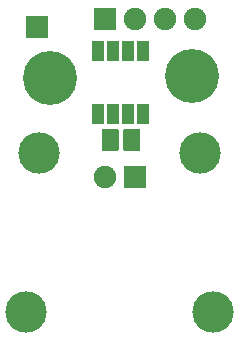
<source format=gts>
G04 (created by PCBNEW (2013-07-07 BZR 4022)-stable) date 28/05/2014 08:13:03*
%MOIN*%
G04 Gerber Fmt 3.4, Leading zero omitted, Abs format*
%FSLAX34Y34*%
G01*
G70*
G90*
G04 APERTURE LIST*
%ADD10C,0.00590551*%
%ADD11C,0.18*%
%ADD12R,0.04X0.065*%
%ADD13C,0.1381*%
%ADD14R,0.075X0.075*%
%ADD15C,0.075*%
%ADD16R,0.055X0.075*%
%ADD17R,0.045X0.065*%
G04 APERTURE END LIST*
G54D10*
G54D11*
X38928Y-25707D03*
X43650Y-25650D03*
G54D12*
X40541Y-24815D03*
X40541Y-26915D03*
X41041Y-24815D03*
X41541Y-24815D03*
X42041Y-24815D03*
X41041Y-26915D03*
X41541Y-26915D03*
X42041Y-26915D03*
G54D13*
X44360Y-33507D03*
X38140Y-33507D03*
X43927Y-28193D03*
X38573Y-28193D03*
G54D14*
X40750Y-23750D03*
G54D15*
X41750Y-23750D03*
X42750Y-23750D03*
X43750Y-23750D03*
G54D14*
X38500Y-24000D03*
X41750Y-29000D03*
G54D15*
X40750Y-29000D03*
G54D16*
X40916Y-27754D03*
X41666Y-27754D03*
G54D17*
X40991Y-27754D03*
X41591Y-27754D03*
M02*

</source>
